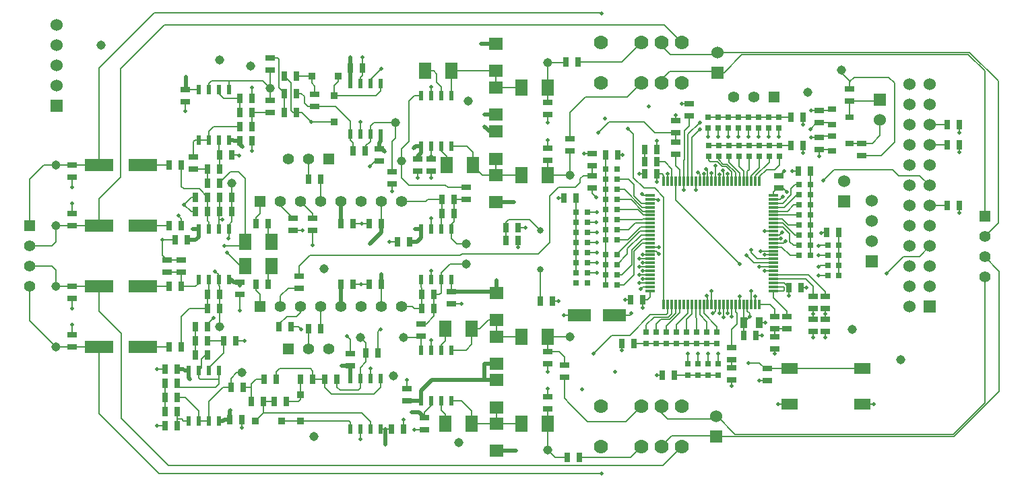
<source format=gtl>
G04 (created by PCBNEW (2013-07-07 BZR 4022)-stable) date 9/7/2014 5:26:02 PM*
%MOIN*%
G04 Gerber Fmt 3.4, Leading zero omitted, Abs format*
%FSLAX34Y34*%
G01*
G70*
G90*
G04 APERTURE LIST*
%ADD10C,0.00590551*%
%ADD11R,0.0394X0.0315*%
%ADD12R,0.033X0.033*%
%ADD13R,0.02X0.045*%
%ADD14R,0.06X0.08*%
%ADD15R,0.035X0.055*%
%ADD16R,0.025X0.045*%
%ADD17R,0.045X0.025*%
%ADD18R,0.055X0.055*%
%ADD19C,0.055*%
%ADD20R,0.083X0.055*%
%ADD21C,0.045*%
%ADD22R,0.06X0.06*%
%ADD23C,0.06*%
%ADD24R,0.011811X0.0472441*%
%ADD25R,0.0472441X0.011811*%
%ADD26R,0.07X0.06*%
%ADD27R,0.1417X0.063*%
%ADD28R,0.1181X0.063*%
%ADD29C,0.0314961*%
%ADD30C,0.07*%
%ADD31R,0.025X0.03*%
%ADD32R,0.03X0.025*%
%ADD33C,0.02*%
%ADD34C,0.006*%
%ADD35C,0.02*%
G04 APERTURE END LIST*
G54D10*
G54D11*
X101523Y-47380D03*
X100657Y-47755D03*
X100657Y-47005D03*
X101523Y-48690D03*
X100657Y-49065D03*
X100657Y-48315D03*
G54D12*
X74905Y-45360D03*
X76215Y-45360D03*
X76030Y-46315D03*
X76030Y-47625D03*
X73425Y-62420D03*
X72115Y-62420D03*
X74370Y-61115D03*
X74370Y-62425D03*
G54D13*
X81820Y-61420D03*
X81320Y-61420D03*
X80820Y-61420D03*
X80320Y-61420D03*
X80320Y-58920D03*
X80820Y-58920D03*
X81320Y-58920D03*
X81820Y-58920D03*
X81820Y-48820D03*
X81320Y-48820D03*
X80820Y-48820D03*
X80320Y-48820D03*
X80320Y-46320D03*
X80820Y-46320D03*
X81320Y-46320D03*
X81820Y-46320D03*
X78320Y-48220D03*
X77820Y-48220D03*
X77320Y-48220D03*
X76820Y-48220D03*
X76820Y-45720D03*
X77320Y-45720D03*
X77820Y-45720D03*
X78320Y-45720D03*
X76820Y-60320D03*
X77320Y-60320D03*
X77820Y-60320D03*
X78320Y-60320D03*
X78320Y-62820D03*
X77820Y-62820D03*
X77320Y-62820D03*
X76820Y-62820D03*
X70320Y-62420D03*
X69820Y-62420D03*
X69320Y-62420D03*
X68820Y-62420D03*
X68820Y-59920D03*
X69320Y-59920D03*
X69820Y-59920D03*
X70320Y-59920D03*
X69320Y-46020D03*
X69820Y-46020D03*
X70320Y-46020D03*
X70820Y-46020D03*
X70820Y-48520D03*
X70320Y-48520D03*
X69820Y-48520D03*
X69320Y-48520D03*
X81820Y-55420D03*
X81320Y-55420D03*
X80820Y-55420D03*
X80320Y-55420D03*
X80320Y-52920D03*
X80820Y-52920D03*
X81320Y-52920D03*
X81820Y-52920D03*
X70820Y-55420D03*
X70320Y-55420D03*
X69820Y-55420D03*
X69320Y-55420D03*
X69320Y-52920D03*
X69820Y-52920D03*
X70320Y-52920D03*
X70820Y-52920D03*
G54D14*
X81520Y-62570D03*
X82820Y-62570D03*
X71620Y-54770D03*
X72920Y-54770D03*
X81520Y-57870D03*
X82820Y-57870D03*
X80520Y-45110D03*
X81820Y-45110D03*
X81590Y-49750D03*
X82890Y-49750D03*
X71620Y-53570D03*
X72920Y-53570D03*
G54D15*
X96295Y-57560D03*
X97045Y-57560D03*
G54D16*
X99580Y-50060D03*
X98980Y-50060D03*
G54D17*
X98410Y-57260D03*
X98410Y-57860D03*
G54D16*
X80370Y-56170D03*
X80970Y-56170D03*
G54D17*
X93600Y-47340D03*
X93600Y-46740D03*
G54D16*
X101000Y-53110D03*
X100400Y-53110D03*
X75370Y-57870D03*
X74770Y-57870D03*
G54D17*
X88790Y-50880D03*
X88790Y-50280D03*
G54D16*
X72770Y-55670D03*
X72170Y-55670D03*
X91390Y-49000D03*
X91990Y-49000D03*
X81370Y-51470D03*
X81970Y-51470D03*
G54D17*
X92930Y-49240D03*
X92930Y-48640D03*
X100020Y-48380D03*
X100020Y-48980D03*
G54D16*
X106360Y-47770D03*
X106960Y-47770D03*
X89460Y-49264D03*
X90060Y-49264D03*
X87388Y-51382D03*
X87988Y-51382D03*
G54D17*
X99720Y-56250D03*
X99720Y-56850D03*
X100330Y-56250D03*
X100330Y-56850D03*
G54D16*
X69770Y-57770D03*
X69170Y-57770D03*
X69170Y-58470D03*
X69770Y-58470D03*
X90260Y-58590D03*
X90860Y-58590D03*
X92270Y-60160D03*
X92870Y-60160D03*
G54D17*
X100330Y-57400D03*
X100330Y-58000D03*
X99720Y-57400D03*
X99720Y-58000D03*
X97810Y-58860D03*
X97810Y-58260D03*
G54D16*
X106360Y-48770D03*
X106960Y-48770D03*
X106360Y-51770D03*
X106960Y-51770D03*
G54D17*
X95690Y-58800D03*
X95690Y-59400D03*
X95690Y-60400D03*
X95690Y-59800D03*
G54D16*
X98630Y-48790D03*
X99230Y-48790D03*
X91390Y-49610D03*
X91990Y-49610D03*
G54D17*
X97810Y-57260D03*
X97810Y-57860D03*
G54D16*
X68270Y-60570D03*
X67670Y-60570D03*
X67670Y-61970D03*
X68270Y-61970D03*
G54D17*
X68470Y-54470D03*
X68470Y-55070D03*
G54D16*
X75370Y-50470D03*
X74770Y-50470D03*
G54D17*
X63070Y-55770D03*
X63070Y-56370D03*
X63070Y-58170D03*
X63070Y-58770D03*
X63070Y-52170D03*
X63070Y-52770D03*
X63070Y-49770D03*
X63070Y-50370D03*
G54D16*
X84530Y-52860D03*
X85130Y-52860D03*
X71970Y-47170D03*
X71370Y-47170D03*
X71370Y-47870D03*
X71970Y-47870D03*
X70370Y-56870D03*
X69770Y-56870D03*
X67870Y-55770D03*
X68470Y-55770D03*
X67870Y-58770D03*
X68470Y-58770D03*
X70970Y-52070D03*
X70370Y-52070D03*
X69170Y-52070D03*
X69770Y-52070D03*
X67870Y-49770D03*
X68470Y-49770D03*
X67870Y-52770D03*
X68470Y-52770D03*
X73070Y-61470D03*
X73670Y-61470D03*
X98630Y-47380D03*
X99230Y-47380D03*
X72770Y-52670D03*
X72170Y-52670D03*
G54D17*
X100020Y-47070D03*
X100020Y-47670D03*
X101520Y-45990D03*
X101520Y-46590D03*
G54D16*
X70370Y-50670D03*
X69770Y-50670D03*
X69770Y-49970D03*
X70370Y-49970D03*
X75570Y-60370D03*
X76170Y-60370D03*
X72570Y-60370D03*
X73170Y-60370D03*
X74370Y-60370D03*
X74970Y-60370D03*
X71920Y-61470D03*
X72520Y-61470D03*
X76970Y-49070D03*
X77570Y-49070D03*
X73570Y-46220D03*
X74170Y-46220D03*
G54D17*
X75070Y-46270D03*
X75070Y-46870D03*
G54D16*
X73570Y-45370D03*
X74170Y-45370D03*
X73570Y-47170D03*
X74170Y-47170D03*
G54D17*
X102130Y-49290D03*
X102130Y-48690D03*
X72870Y-47170D03*
X72870Y-46570D03*
G54D16*
X86830Y-56490D03*
X86230Y-56490D03*
G54D17*
X68670Y-46020D03*
X68670Y-46620D03*
G54D16*
X71970Y-46470D03*
X71370Y-46470D03*
X79770Y-53570D03*
X79170Y-53570D03*
G54D17*
X97440Y-60430D03*
X97440Y-59830D03*
G54D16*
X96290Y-58200D03*
X96890Y-58200D03*
G54D17*
X98010Y-50910D03*
X98010Y-50310D03*
G54D16*
X99130Y-55820D03*
X98530Y-55820D03*
X91990Y-50200D03*
X91390Y-50200D03*
X90690Y-56440D03*
X91290Y-56440D03*
X85130Y-53500D03*
X84530Y-53500D03*
X69170Y-59170D03*
X69770Y-59170D03*
G54D17*
X92930Y-48160D03*
X92930Y-47560D03*
X88790Y-49210D03*
X88790Y-49810D03*
G54D16*
X67670Y-61270D03*
X68270Y-61270D03*
X67670Y-62670D03*
X68270Y-62670D03*
X68270Y-59870D03*
X67670Y-59870D03*
X70870Y-62370D03*
X71470Y-62370D03*
X71170Y-58470D03*
X70570Y-58470D03*
X78370Y-55670D03*
X77770Y-55670D03*
X69170Y-51370D03*
X69770Y-51370D03*
X70970Y-51370D03*
X70370Y-51370D03*
G54D17*
X67770Y-54470D03*
X67770Y-55070D03*
G54D16*
X70370Y-56170D03*
X69770Y-56170D03*
G54D17*
X71370Y-55570D03*
X71370Y-56170D03*
G54D16*
X68170Y-53470D03*
X68770Y-53470D03*
X78840Y-62820D03*
X79440Y-62820D03*
G54D17*
X76820Y-59700D03*
X76820Y-59100D03*
X78270Y-48970D03*
X78270Y-49570D03*
G54D16*
X76820Y-44970D03*
X77420Y-44970D03*
X78370Y-52670D03*
X77770Y-52670D03*
X76970Y-52670D03*
X76370Y-52670D03*
X81370Y-52170D03*
X81970Y-52170D03*
X71370Y-48570D03*
X71970Y-48570D03*
X76970Y-55670D03*
X76370Y-55670D03*
X80370Y-56870D03*
X80970Y-56870D03*
G54D17*
X81820Y-56030D03*
X81820Y-56630D03*
X80830Y-50070D03*
X80830Y-49470D03*
X80170Y-50070D03*
X80170Y-49470D03*
X86580Y-46670D03*
X86580Y-47270D03*
X86580Y-49520D03*
X86580Y-48920D03*
X80490Y-62860D03*
X80490Y-62260D03*
X79620Y-60820D03*
X79620Y-61420D03*
X86580Y-59010D03*
X86580Y-59610D03*
X86580Y-61820D03*
X86580Y-61220D03*
X69070Y-49970D03*
X69070Y-49370D03*
G54D16*
X70970Y-49260D03*
X70370Y-49260D03*
G54D18*
X72370Y-56770D03*
G54D19*
X73370Y-56770D03*
X74370Y-56770D03*
X75370Y-56770D03*
X76370Y-56770D03*
X77370Y-56770D03*
X78370Y-56770D03*
X79370Y-56770D03*
G54D18*
X72370Y-51570D03*
G54D19*
X73370Y-51570D03*
X74370Y-51570D03*
X75370Y-51570D03*
X76370Y-51570D03*
X77370Y-51570D03*
X78370Y-51570D03*
X79370Y-51570D03*
G54D18*
X60970Y-52770D03*
G54D19*
X60970Y-53770D03*
X60970Y-54770D03*
X60970Y-55770D03*
G54D18*
X108210Y-52310D03*
G54D19*
X108210Y-53310D03*
X108210Y-54310D03*
X108210Y-55310D03*
G54D18*
X97800Y-46380D03*
G54D19*
X96800Y-46380D03*
X95800Y-46380D03*
G54D18*
X75770Y-49470D03*
G54D19*
X74770Y-49470D03*
X73770Y-49470D03*
G54D18*
X73770Y-58870D03*
G54D19*
X74770Y-58870D03*
X75770Y-58870D03*
G54D20*
X102155Y-61605D03*
X98565Y-61605D03*
X102155Y-59835D03*
X98565Y-59835D03*
G54D21*
X70970Y-50670D03*
X82570Y-54670D03*
X82570Y-53670D03*
X79070Y-47670D03*
X77320Y-58280D03*
X70370Y-57770D03*
X62270Y-55770D03*
X62270Y-58770D03*
X62270Y-49770D03*
X62270Y-52770D03*
X79370Y-49570D03*
X79470Y-58300D03*
X87690Y-50270D03*
X86580Y-44710D03*
X86580Y-63860D03*
X87690Y-58270D03*
X72870Y-45960D03*
X71450Y-60040D03*
G54D22*
X102630Y-54520D03*
G54D23*
X102630Y-53520D03*
X102630Y-52520D03*
X102630Y-51520D03*
G54D22*
X103030Y-46540D03*
G54D23*
X103030Y-47540D03*
G54D22*
X101250Y-51550D03*
G54D23*
X101250Y-50550D03*
G54D22*
X105490Y-56770D03*
G54D23*
X104490Y-56770D03*
X105490Y-55770D03*
X104490Y-55770D03*
X105490Y-54770D03*
X104490Y-54770D03*
X105490Y-53770D03*
X104490Y-53770D03*
X105490Y-52770D03*
X104490Y-52770D03*
X105490Y-51770D03*
X104490Y-51770D03*
X105490Y-50770D03*
X104490Y-50770D03*
X105490Y-49770D03*
X104490Y-49770D03*
X105490Y-48770D03*
X104490Y-48770D03*
X105490Y-47770D03*
X104490Y-47770D03*
X105490Y-46770D03*
X104490Y-46770D03*
X105490Y-45770D03*
X104490Y-45770D03*
G54D24*
X92337Y-56671D03*
X92534Y-56671D03*
X92731Y-56671D03*
X92928Y-56671D03*
X93125Y-56671D03*
X93322Y-56671D03*
X93518Y-56671D03*
X93715Y-56671D03*
X93912Y-56671D03*
X94109Y-56671D03*
X94306Y-56671D03*
X94503Y-56671D03*
X94700Y-56671D03*
X94896Y-56671D03*
X95093Y-56671D03*
X95290Y-56671D03*
X95487Y-56671D03*
X95684Y-56671D03*
X95881Y-56671D03*
X96077Y-56671D03*
X96274Y-56671D03*
X96471Y-56671D03*
X96668Y-56671D03*
X96865Y-56671D03*
X97062Y-56671D03*
G54D25*
X97751Y-55982D03*
X97751Y-55785D03*
X97751Y-55588D03*
X97751Y-55391D03*
X97751Y-55194D03*
X97751Y-54997D03*
X97751Y-54801D03*
X97751Y-54604D03*
X97751Y-54407D03*
X97751Y-54210D03*
X97751Y-54013D03*
X97751Y-53816D03*
X97751Y-53620D03*
X97751Y-53423D03*
X97751Y-53226D03*
X97751Y-53029D03*
X97751Y-52832D03*
X97751Y-52635D03*
X97751Y-52438D03*
X97751Y-52242D03*
X97751Y-52045D03*
X97751Y-51848D03*
X97751Y-51651D03*
X97751Y-51454D03*
X97751Y-51257D03*
G54D24*
X97062Y-50568D03*
X96865Y-50568D03*
X96668Y-50568D03*
X96471Y-50568D03*
X96274Y-50568D03*
X96077Y-50568D03*
X95881Y-50568D03*
X95684Y-50568D03*
X95487Y-50568D03*
X95290Y-50568D03*
X95093Y-50568D03*
X94896Y-50568D03*
X94700Y-50568D03*
X94503Y-50568D03*
X94306Y-50568D03*
X94109Y-50568D03*
X93912Y-50568D03*
X93715Y-50568D03*
X93518Y-50568D03*
X93322Y-50568D03*
X93125Y-50568D03*
X92928Y-50568D03*
X92731Y-50568D03*
X92534Y-50568D03*
X92337Y-50568D03*
G54D25*
X91648Y-51257D03*
X91648Y-51454D03*
X91648Y-51651D03*
X91648Y-51848D03*
X91648Y-52045D03*
X91648Y-52242D03*
X91648Y-52438D03*
X91648Y-52635D03*
X91648Y-52832D03*
X91648Y-53029D03*
X91648Y-53226D03*
X91648Y-53423D03*
X91648Y-53620D03*
X91648Y-53816D03*
X91648Y-54013D03*
X91648Y-54210D03*
X91648Y-54407D03*
X91648Y-54604D03*
X91648Y-54801D03*
X91648Y-54997D03*
X91648Y-55194D03*
X91648Y-55391D03*
X91648Y-55588D03*
X91648Y-55785D03*
X91648Y-55982D03*
G54D26*
X84030Y-50270D03*
X84030Y-51610D03*
X84060Y-59600D03*
X84060Y-58260D03*
X84060Y-60410D03*
X84060Y-61750D03*
X84060Y-57440D03*
X84060Y-56100D03*
X84060Y-62570D03*
X84060Y-63910D03*
X84030Y-45110D03*
X84030Y-43770D03*
X84030Y-48110D03*
X84030Y-49450D03*
X84030Y-47270D03*
X84030Y-45930D03*
G54D27*
X64387Y-58770D03*
X66553Y-58770D03*
X64387Y-55770D03*
X66553Y-55770D03*
X64387Y-49770D03*
X66553Y-49770D03*
X64387Y-52770D03*
X66553Y-52770D03*
G54D28*
X89876Y-57180D03*
X88144Y-57180D03*
G54D29*
X86230Y-54920D03*
X86230Y-52999D03*
G54D30*
X89220Y-45710D03*
X91220Y-45710D03*
X92220Y-45710D03*
X93220Y-45710D03*
X93220Y-43710D03*
X92220Y-43710D03*
X91220Y-43710D03*
X89220Y-43710D03*
X89220Y-63700D03*
X91220Y-63700D03*
X92220Y-63700D03*
X93220Y-63700D03*
X93220Y-61700D03*
X92220Y-61700D03*
X91220Y-61700D03*
X89220Y-61700D03*
G54D31*
X88540Y-52080D03*
X88540Y-52580D03*
X88540Y-53080D03*
X88540Y-53580D03*
X88540Y-54080D03*
X88540Y-54580D03*
X88540Y-55080D03*
X88540Y-55580D03*
X87990Y-55580D03*
X87990Y-55080D03*
X87990Y-54580D03*
X87990Y-54080D03*
X87990Y-53580D03*
X87990Y-53080D03*
X87990Y-52580D03*
X87990Y-52080D03*
X89460Y-53470D03*
X89460Y-52970D03*
X89460Y-52470D03*
X89460Y-51970D03*
X89460Y-51470D03*
X89460Y-50970D03*
X89460Y-50470D03*
X89460Y-49970D03*
X90010Y-49970D03*
X90010Y-50470D03*
X90010Y-50970D03*
X90010Y-51470D03*
X90010Y-51970D03*
X90010Y-52470D03*
X90010Y-52970D03*
X90010Y-53470D03*
X99030Y-54240D03*
X99030Y-53740D03*
X99030Y-53240D03*
X99030Y-52740D03*
X99030Y-52240D03*
X99030Y-51740D03*
X99030Y-51240D03*
X99030Y-50740D03*
X99580Y-50740D03*
X99580Y-51240D03*
X99580Y-51740D03*
X99580Y-52240D03*
X99580Y-52740D03*
X99580Y-53240D03*
X99580Y-53740D03*
X99580Y-54240D03*
G54D32*
X94530Y-47380D03*
X95030Y-47380D03*
X95530Y-47380D03*
X96030Y-47380D03*
X96530Y-47380D03*
X97030Y-47380D03*
X97530Y-47380D03*
X98030Y-47380D03*
X98030Y-47930D03*
X97530Y-47930D03*
X97030Y-47930D03*
X96530Y-47930D03*
X96030Y-47930D03*
X95530Y-47930D03*
X95030Y-47930D03*
X94530Y-47930D03*
X91470Y-58040D03*
X91970Y-58040D03*
X92470Y-58040D03*
X92970Y-58040D03*
X93470Y-58040D03*
X93970Y-58040D03*
X94470Y-58040D03*
X94970Y-58040D03*
X94970Y-58590D03*
X94470Y-58590D03*
X93970Y-58590D03*
X93470Y-58590D03*
X92970Y-58590D03*
X92470Y-58590D03*
X91970Y-58590D03*
X91470Y-58590D03*
X94540Y-48790D03*
X95040Y-48790D03*
X95540Y-48790D03*
X96040Y-48790D03*
X96540Y-48790D03*
X97040Y-48790D03*
X97540Y-48790D03*
X98040Y-48790D03*
X98040Y-49340D03*
X97540Y-49340D03*
X97040Y-49340D03*
X96540Y-49340D03*
X96040Y-49340D03*
X95540Y-49340D03*
X95040Y-49340D03*
X94540Y-49340D03*
X93520Y-59610D03*
X94020Y-59610D03*
X94520Y-59610D03*
X95020Y-59610D03*
X95020Y-60160D03*
X94520Y-60160D03*
X94020Y-60160D03*
X93520Y-60160D03*
G54D31*
X89460Y-55680D03*
X89460Y-55180D03*
X89460Y-54680D03*
X89460Y-54180D03*
X90010Y-54180D03*
X90010Y-54680D03*
X90010Y-55180D03*
X90010Y-55680D03*
X100450Y-55240D03*
X100450Y-54740D03*
X100450Y-54240D03*
X100450Y-53740D03*
X101000Y-53740D03*
X101000Y-54240D03*
X101000Y-54740D03*
X101000Y-55240D03*
G54D14*
X85280Y-50270D03*
X86580Y-50270D03*
X85280Y-45930D03*
X86580Y-45930D03*
X85280Y-62570D03*
X86580Y-62570D03*
X85280Y-58260D03*
X86580Y-58260D03*
G54D22*
X94990Y-45180D03*
G54D23*
X94990Y-44180D03*
G54D22*
X94930Y-63200D03*
G54D23*
X94930Y-62200D03*
G54D16*
X70910Y-60760D03*
X71510Y-60760D03*
G54D17*
X72870Y-45060D03*
X72870Y-44460D03*
X87410Y-59660D03*
X87410Y-60260D03*
G54D16*
X87570Y-64220D03*
X88170Y-64220D03*
X87480Y-44660D03*
X88080Y-44660D03*
G54D17*
X87690Y-49070D03*
X87690Y-48470D03*
G54D16*
X73900Y-57750D03*
X73300Y-57750D03*
G54D17*
X74290Y-55270D03*
X74290Y-55870D03*
X74970Y-52990D03*
X74970Y-52390D03*
X74000Y-52990D03*
X74000Y-52390D03*
X80320Y-57630D03*
X80320Y-58230D03*
X82570Y-51470D03*
X82570Y-50870D03*
G54D16*
X77600Y-59070D03*
X78200Y-59070D03*
G54D17*
X78890Y-50090D03*
X78890Y-50690D03*
G54D21*
X82180Y-63490D03*
X70370Y-44560D03*
X78940Y-60200D03*
X82670Y-46610D03*
X71900Y-44870D03*
X64500Y-43840D03*
X101110Y-45060D03*
X99470Y-46170D03*
X104040Y-59400D03*
X75520Y-54910D03*
X75030Y-63190D03*
X101640Y-57890D03*
G54D22*
X62300Y-46830D03*
G54D23*
X62300Y-45830D03*
X62300Y-44830D03*
X62300Y-43830D03*
X62300Y-42830D03*
G54D33*
X90720Y-57100D03*
X91290Y-56820D03*
X98530Y-56220D03*
X91990Y-50590D03*
X98410Y-51090D03*
X99620Y-48380D03*
X99630Y-47070D03*
X96580Y-57270D03*
X90550Y-47950D03*
X88840Y-59080D03*
X70600Y-53760D03*
X89240Y-42250D03*
X70070Y-57330D03*
X70710Y-54090D03*
X89250Y-65020D03*
X96670Y-56010D03*
X78880Y-51060D03*
X78310Y-57890D03*
X96870Y-56250D03*
X99580Y-47990D03*
X94110Y-47650D03*
X100020Y-49340D03*
X94110Y-48000D03*
X74970Y-53720D03*
X99720Y-57120D03*
X100330Y-57130D03*
X74390Y-57890D03*
X92100Y-54160D03*
X91240Y-51210D03*
X92070Y-51480D03*
X92100Y-53820D03*
X100230Y-50520D03*
X103350Y-55130D03*
X96100Y-54670D03*
X94470Y-56230D03*
X94700Y-56010D03*
X85500Y-52860D03*
X74460Y-52990D03*
X89090Y-48170D03*
X71970Y-49060D03*
X71320Y-49310D03*
X88400Y-49200D03*
X92930Y-47290D03*
X93210Y-46740D03*
X102730Y-61600D03*
X97070Y-60430D03*
X97990Y-61600D03*
X87380Y-57180D03*
X91990Y-48560D03*
X106960Y-48150D03*
X106960Y-49120D03*
X106960Y-52130D03*
X100330Y-58280D03*
X99720Y-58280D03*
X91600Y-46860D03*
X88290Y-60860D03*
X89430Y-47470D03*
X99230Y-47750D03*
X99230Y-49170D03*
X98210Y-51340D03*
X98700Y-50060D03*
X100110Y-53120D03*
X99390Y-55820D03*
X96080Y-56250D03*
X97810Y-59100D03*
X95690Y-60680D03*
X91980Y-60160D03*
X90260Y-58940D03*
X89910Y-59980D03*
X91190Y-55890D03*
X90410Y-56440D03*
X92530Y-50210D03*
X91120Y-50200D03*
X90290Y-49260D03*
X87136Y-51382D03*
X98300Y-50060D03*
X85130Y-53830D03*
X87110Y-56490D03*
X97370Y-57560D03*
X97190Y-58200D03*
X80170Y-50410D03*
X80830Y-50410D03*
X86580Y-47650D03*
X86580Y-48540D03*
X79990Y-62860D03*
X82320Y-56630D03*
X86580Y-59990D03*
X86580Y-60830D03*
X80820Y-58430D03*
X79620Y-60410D03*
X80820Y-45900D03*
X80820Y-54990D03*
X80820Y-52410D03*
X78770Y-53560D03*
X77390Y-52670D03*
X77370Y-55670D03*
X76660Y-58240D03*
X77320Y-63320D03*
X79440Y-62360D03*
X77820Y-59820D03*
X67260Y-59870D03*
X67250Y-62670D03*
X71470Y-62770D03*
X71580Y-58470D03*
X77800Y-49820D03*
X77420Y-44420D03*
X77320Y-47640D03*
X71970Y-45920D03*
X63070Y-56870D03*
X63070Y-57670D03*
X63070Y-50870D03*
X63070Y-51670D03*
X71370Y-56960D03*
X67530Y-53470D03*
X68590Y-51720D03*
X68670Y-47090D03*
X98350Y-53530D03*
X100000Y-55240D03*
X97310Y-55000D03*
X99990Y-54240D03*
X97310Y-54210D03*
X96520Y-59550D03*
X94770Y-57100D03*
X98110Y-53410D03*
X98180Y-53090D03*
X97330Y-53030D03*
X91290Y-54210D03*
X88990Y-51350D03*
X89030Y-55080D03*
X91110Y-55610D03*
X89030Y-54580D03*
X91300Y-55390D03*
X89020Y-52080D03*
X91110Y-54410D03*
X88990Y-52580D03*
X91290Y-54600D03*
X89030Y-53080D03*
X91120Y-54810D03*
X89030Y-53580D03*
X91300Y-55000D03*
X89030Y-54080D03*
X91110Y-55210D03*
X93520Y-59090D03*
X95100Y-57100D03*
X94020Y-59090D03*
X95290Y-57280D03*
X94520Y-59080D03*
X95490Y-57080D03*
X95020Y-59080D03*
X95690Y-57270D03*
X99990Y-54790D03*
X97070Y-54800D03*
X100000Y-53750D03*
X97130Y-54020D03*
X96410Y-54220D03*
X96660Y-53950D03*
X93310Y-51010D03*
X93910Y-51010D03*
X98030Y-48360D03*
X95490Y-50180D03*
X97530Y-48360D03*
X95270Y-50040D03*
X97030Y-48360D03*
X95090Y-50230D03*
X96530Y-48360D03*
X94880Y-49810D03*
X96030Y-48360D03*
X94700Y-50150D03*
X95530Y-48360D03*
X94430Y-49960D03*
X95030Y-48360D03*
X94310Y-50210D03*
X94530Y-48360D03*
X94030Y-50130D03*
X70130Y-55020D03*
X70790Y-53400D03*
X70490Y-52470D03*
X68310Y-52270D03*
X74880Y-47620D03*
X78350Y-45000D03*
X79850Y-61990D03*
X80830Y-49320D03*
X78520Y-49090D03*
X71370Y-55740D03*
X68880Y-60360D03*
X78570Y-63610D03*
X85010Y-63910D03*
X77780Y-53670D03*
X78370Y-55170D03*
X84060Y-55450D03*
X84930Y-51610D03*
X68680Y-45390D03*
X83300Y-43770D03*
X83470Y-59600D03*
X71500Y-48870D03*
X80020Y-52920D03*
X76400Y-59700D03*
X70900Y-61910D03*
X69020Y-52920D03*
X76820Y-44420D03*
X79970Y-48920D03*
X83470Y-47270D03*
X83470Y-47870D03*
G54D34*
X96580Y-57270D02*
X96580Y-57275D01*
X96580Y-57275D02*
X96295Y-57560D01*
X96290Y-58200D02*
X96290Y-57565D01*
X96290Y-57565D02*
X96295Y-57560D01*
X96274Y-56671D02*
X96274Y-57539D01*
X96274Y-57539D02*
X96295Y-57560D01*
X89876Y-57180D02*
X90640Y-57180D01*
X90640Y-57180D02*
X90720Y-57100D01*
X91290Y-56440D02*
X91290Y-56820D01*
X98530Y-55820D02*
X98530Y-56220D01*
X91990Y-50200D02*
X91990Y-50590D01*
X98010Y-50910D02*
X98230Y-50910D01*
X98230Y-50910D02*
X98410Y-51090D01*
X100020Y-47070D02*
X99630Y-47070D01*
X99620Y-48380D02*
X100020Y-48380D01*
X100020Y-47070D02*
X100592Y-47070D01*
X100592Y-47070D02*
X100657Y-47005D01*
X100020Y-48380D02*
X100085Y-48315D01*
X100085Y-48315D02*
X100657Y-48315D01*
X91290Y-56440D02*
X91510Y-56440D01*
X91648Y-56301D02*
X91648Y-55982D01*
X91510Y-56440D02*
X91648Y-56301D01*
X92337Y-50568D02*
X92337Y-50287D01*
X92250Y-50200D02*
X91990Y-50200D01*
X92337Y-50287D02*
X92250Y-50200D01*
X98010Y-50910D02*
X97940Y-50910D01*
X97751Y-51098D02*
X97751Y-51257D01*
X97940Y-50910D02*
X97751Y-51098D01*
X97751Y-55588D02*
X98298Y-55588D01*
X98298Y-55588D02*
X98530Y-55820D01*
X96471Y-56671D02*
X96471Y-57001D01*
X96471Y-57001D02*
X96580Y-57110D01*
X96580Y-57110D02*
X96580Y-57270D01*
X96274Y-57539D02*
X96295Y-57560D01*
X96295Y-58195D02*
X96290Y-58200D01*
X101110Y-45060D02*
X101110Y-45190D01*
X101540Y-45620D02*
X101520Y-45620D01*
X101110Y-45190D02*
X101540Y-45620D01*
X102130Y-49290D02*
X103090Y-49290D01*
X101520Y-45640D02*
X101520Y-45620D01*
X101740Y-45420D02*
X101520Y-45640D01*
X103470Y-45420D02*
X101740Y-45420D01*
X103740Y-45690D02*
X103470Y-45420D01*
X103740Y-48640D02*
X103740Y-45690D01*
X103090Y-49290D02*
X103740Y-48640D01*
X101520Y-45620D02*
X101520Y-45990D01*
X94990Y-45180D02*
X95320Y-45180D01*
X108210Y-45109D02*
X108210Y-52310D01*
X107400Y-44300D02*
X108210Y-45109D01*
X96200Y-44300D02*
X107400Y-44300D01*
X95320Y-45180D02*
X96200Y-44300D01*
X92220Y-45710D02*
X92220Y-45530D01*
X94930Y-45120D02*
X94990Y-45180D01*
X92630Y-45120D02*
X94930Y-45120D01*
X92220Y-45530D02*
X92630Y-45120D01*
X94990Y-44180D02*
X107450Y-44180D01*
X108880Y-52640D02*
X108210Y-53310D01*
X108880Y-45610D02*
X108880Y-52640D01*
X107450Y-44180D02*
X108880Y-45610D01*
X92220Y-43710D02*
X92220Y-43870D01*
X94860Y-44310D02*
X94990Y-44180D01*
X92660Y-44310D02*
X94860Y-44310D01*
X92220Y-43870D02*
X92660Y-44310D01*
X94930Y-63200D02*
X106700Y-63200D01*
X108930Y-55030D02*
X108210Y-54310D01*
X108930Y-60970D02*
X108930Y-55030D01*
X106700Y-63200D02*
X108930Y-60970D01*
X92220Y-63700D02*
X92220Y-63660D01*
X94890Y-63160D02*
X94930Y-63200D01*
X92720Y-63160D02*
X94890Y-63160D01*
X92220Y-63660D02*
X92720Y-63160D01*
X94930Y-62200D02*
X94980Y-62200D01*
X108210Y-61520D02*
X108210Y-55310D01*
X106650Y-63079D02*
X108210Y-61520D01*
X95860Y-63079D02*
X106650Y-63079D01*
X94980Y-62200D02*
X95860Y-63079D01*
X92220Y-61700D02*
X92220Y-62020D01*
X94800Y-62330D02*
X94930Y-62200D01*
X92530Y-62330D02*
X94800Y-62330D01*
X92220Y-62020D02*
X92530Y-62330D01*
X92337Y-51347D02*
X91900Y-50910D01*
X91900Y-50910D02*
X91350Y-50910D01*
X91350Y-50910D02*
X90820Y-50380D01*
X90820Y-50380D02*
X90820Y-48240D01*
X90820Y-48240D02*
X90550Y-47970D01*
X90550Y-47970D02*
X90550Y-47950D01*
X92337Y-56671D02*
X92337Y-51347D01*
X92534Y-56671D02*
X92530Y-56675D01*
X89740Y-58180D02*
X88840Y-59080D01*
X90640Y-58180D02*
X89740Y-58180D01*
X91650Y-57169D02*
X90640Y-58180D01*
X92460Y-57169D02*
X91650Y-57169D01*
X92530Y-57100D02*
X92460Y-57169D01*
X92530Y-56675D02*
X92530Y-57100D01*
X71420Y-53770D02*
X71620Y-53570D01*
X70610Y-53770D02*
X71420Y-53770D01*
X70600Y-53760D02*
X70610Y-53770D01*
X70370Y-50670D02*
X70370Y-50630D01*
X71620Y-50440D02*
X71620Y-53570D01*
X71290Y-50110D02*
X71620Y-50440D01*
X70890Y-50110D02*
X71290Y-50110D01*
X70370Y-50630D02*
X70890Y-50110D01*
X64387Y-49770D02*
X64387Y-44953D01*
X64490Y-44850D02*
X64490Y-44860D01*
X64387Y-44953D02*
X64490Y-44850D01*
X88860Y-42240D02*
X89230Y-42240D01*
X89230Y-42240D02*
X89240Y-42250D01*
X67110Y-42240D02*
X88860Y-42240D01*
X64490Y-44860D02*
X67110Y-42240D01*
X88860Y-42240D02*
X88880Y-42240D01*
X62270Y-49770D02*
X63070Y-49770D01*
X63070Y-49770D02*
X64387Y-49770D01*
X60970Y-52770D02*
X60970Y-50470D01*
X61670Y-49770D02*
X62270Y-49770D01*
X60970Y-50470D02*
X61670Y-49770D01*
X67610Y-42830D02*
X92340Y-42830D01*
X65450Y-45320D02*
X65450Y-44990D01*
X64387Y-51413D02*
X65450Y-50350D01*
X65450Y-50350D02*
X65450Y-45320D01*
X64387Y-52770D02*
X64387Y-51413D01*
X92340Y-42830D02*
X93220Y-43710D01*
X65450Y-44990D02*
X67610Y-42830D01*
X64387Y-52770D02*
X63070Y-52770D01*
X60970Y-53770D02*
X62070Y-53770D01*
X62270Y-53570D02*
X62270Y-52770D01*
X62070Y-53770D02*
X62270Y-53570D01*
X62270Y-52770D02*
X63070Y-52770D01*
X69770Y-57630D02*
X69770Y-57770D01*
X70070Y-57330D02*
X69770Y-57630D01*
X71390Y-54770D02*
X71620Y-54770D01*
X70710Y-54090D02*
X71390Y-54770D01*
X64387Y-55770D02*
X64387Y-57007D01*
X92300Y-64620D02*
X93220Y-63700D01*
X67810Y-64620D02*
X92300Y-64620D01*
X65490Y-62300D02*
X67810Y-64620D01*
X65490Y-58110D02*
X65490Y-62300D01*
X64387Y-57007D02*
X65490Y-58110D01*
X60970Y-54770D02*
X62070Y-54770D01*
X62270Y-54970D02*
X62270Y-55770D01*
X62070Y-54770D02*
X62270Y-54970D01*
X62270Y-55770D02*
X63070Y-55770D01*
X63070Y-55770D02*
X64387Y-55770D01*
X62270Y-58770D02*
X63070Y-58770D01*
X60970Y-55770D02*
X60970Y-57470D01*
X62270Y-58770D02*
X62270Y-58770D01*
X60970Y-57470D02*
X62270Y-58770D01*
X64387Y-58770D02*
X64387Y-62067D01*
X67340Y-65020D02*
X89250Y-65020D01*
X89250Y-65020D02*
X89290Y-65020D01*
X64387Y-62067D02*
X67340Y-65020D01*
X63070Y-58770D02*
X64387Y-58770D01*
X96670Y-56010D02*
X96668Y-56011D01*
X96668Y-56671D02*
X96668Y-56011D01*
X78890Y-51050D02*
X78890Y-50690D01*
X78880Y-51060D02*
X78890Y-51050D01*
X78200Y-59070D02*
X78200Y-58000D01*
X96870Y-56250D02*
X96865Y-56254D01*
X96865Y-56254D02*
X96865Y-56671D01*
X78200Y-58000D02*
X78310Y-57890D01*
X101520Y-46590D02*
X102980Y-46590D01*
X102980Y-46590D02*
X103030Y-46540D01*
X101523Y-47380D02*
X101523Y-46593D01*
X101523Y-46593D02*
X101520Y-46590D01*
X102130Y-48690D02*
X102640Y-48690D01*
X103030Y-48300D02*
X103030Y-47540D01*
X102640Y-48690D02*
X103030Y-48300D01*
X101523Y-48690D02*
X102130Y-48690D01*
X100020Y-47670D02*
X100572Y-47670D01*
X100572Y-47670D02*
X100657Y-47755D01*
X93518Y-50568D02*
X93520Y-50567D01*
X99900Y-47670D02*
X100020Y-47670D01*
X99580Y-47990D02*
X99900Y-47670D01*
X93520Y-48240D02*
X94110Y-47650D01*
X93520Y-50567D02*
X93520Y-48240D01*
X93715Y-50568D02*
X93715Y-48394D01*
X100020Y-49340D02*
X100020Y-48980D01*
X93715Y-48394D02*
X94110Y-48000D01*
X100020Y-48980D02*
X100572Y-48980D01*
X100572Y-48980D02*
X100657Y-49065D01*
X74970Y-52990D02*
X74970Y-53720D01*
X99720Y-57120D02*
X99720Y-56850D01*
X99720Y-56850D02*
X99720Y-57400D01*
X100330Y-56850D02*
X100330Y-57130D01*
X74250Y-57750D02*
X73900Y-57750D01*
X74390Y-57890D02*
X74250Y-57750D01*
X100330Y-56850D02*
X100330Y-57400D01*
X91648Y-54013D02*
X91953Y-54013D01*
X91953Y-54013D02*
X92100Y-54160D01*
X91287Y-51257D02*
X91648Y-51257D01*
X91287Y-51257D02*
X91240Y-51210D01*
X92044Y-51454D02*
X92070Y-51480D01*
X92044Y-51454D02*
X91648Y-51454D01*
X91648Y-53816D02*
X92096Y-53816D01*
X92096Y-53816D02*
X92100Y-53820D01*
X105000Y-50280D02*
X105490Y-50770D01*
X103970Y-50280D02*
X105000Y-50280D01*
X103670Y-49980D02*
X103970Y-50280D01*
X100770Y-49980D02*
X103670Y-49980D01*
X100230Y-50520D02*
X100770Y-49980D01*
X92928Y-50568D02*
X92928Y-51498D01*
X104980Y-54280D02*
X105490Y-53770D01*
X104200Y-54280D02*
X104980Y-54280D01*
X103350Y-55130D02*
X104200Y-54280D01*
X92928Y-51498D02*
X96100Y-54670D01*
X94503Y-56671D02*
X94503Y-56263D01*
X94503Y-56263D02*
X94470Y-56230D01*
X86230Y-56490D02*
X86230Y-54920D01*
X85130Y-52860D02*
X85500Y-52860D01*
X94700Y-56010D02*
X94700Y-56671D01*
X87690Y-48470D02*
X87690Y-47170D01*
X87690Y-47170D02*
X88450Y-46410D01*
X88450Y-46410D02*
X90520Y-46410D01*
X90520Y-46410D02*
X91220Y-45710D01*
X88080Y-44660D02*
X90270Y-44660D01*
X90270Y-44660D02*
X91220Y-43710D01*
X81530Y-50760D02*
X81640Y-50870D01*
X81530Y-50760D02*
X79730Y-50760D01*
X79730Y-50760D02*
X79370Y-50400D01*
X79370Y-49570D02*
X79370Y-50400D01*
X81640Y-50870D02*
X82570Y-50870D01*
X79370Y-49570D02*
X79370Y-48960D01*
X79980Y-46320D02*
X80320Y-46320D01*
X79720Y-46580D02*
X79980Y-46320D01*
X79720Y-48610D02*
X79720Y-46580D01*
X79370Y-48960D02*
X79720Y-48610D01*
X88170Y-64220D02*
X88190Y-64240D01*
X88190Y-64240D02*
X90680Y-64240D01*
X90680Y-64240D02*
X91220Y-63700D01*
X87410Y-60260D02*
X87410Y-61300D01*
X87690Y-61580D02*
X88570Y-62460D01*
X88570Y-62460D02*
X90460Y-62460D01*
X90460Y-62460D02*
X91220Y-61700D01*
X87410Y-61300D02*
X87690Y-61580D01*
X80320Y-58920D02*
X80320Y-58230D01*
X80320Y-58230D02*
X80250Y-58300D01*
X80250Y-58300D02*
X79470Y-58300D01*
X72870Y-44460D02*
X73220Y-44460D01*
X73290Y-45940D02*
X73570Y-46220D01*
X73290Y-44530D02*
X73290Y-45940D01*
X73220Y-44460D02*
X73290Y-44530D01*
X73570Y-46220D02*
X73570Y-47170D01*
X71510Y-60760D02*
X71920Y-60760D01*
X72570Y-60370D02*
X72150Y-60370D01*
X71920Y-60600D02*
X71920Y-60760D01*
X71920Y-60760D02*
X71920Y-61470D01*
X72150Y-60370D02*
X71920Y-60600D01*
X74460Y-52990D02*
X74000Y-52990D01*
X91880Y-48160D02*
X91350Y-47630D01*
X91350Y-47630D02*
X89630Y-47630D01*
X89630Y-47630D02*
X89090Y-48170D01*
X92930Y-48160D02*
X91880Y-48160D01*
X92930Y-48640D02*
X92930Y-48160D01*
X75840Y-54240D02*
X74820Y-54240D01*
X75840Y-54240D02*
X82270Y-54240D01*
X82270Y-54240D02*
X82360Y-54150D01*
X82360Y-54150D02*
X86120Y-54150D01*
X86120Y-54150D02*
X86690Y-53580D01*
X86690Y-53580D02*
X86690Y-51310D01*
X86690Y-51310D02*
X87130Y-50870D01*
X87130Y-50870D02*
X87970Y-50870D01*
X87970Y-50870D02*
X88200Y-50640D01*
X88200Y-50640D02*
X88200Y-50430D01*
X88200Y-50430D02*
X88350Y-50280D01*
X88790Y-50280D02*
X88350Y-50280D01*
X74290Y-54770D02*
X74290Y-55270D01*
X74820Y-54240D02*
X74290Y-54770D01*
X88790Y-50280D02*
X88790Y-49810D01*
X71970Y-48570D02*
X71970Y-49060D01*
X70970Y-49260D02*
X71270Y-49260D01*
X71270Y-49260D02*
X71320Y-49310D01*
X77320Y-45720D02*
X77320Y-45420D01*
X77420Y-45320D02*
X77420Y-44970D01*
X77320Y-45420D02*
X77420Y-45320D01*
X88790Y-49210D02*
X88780Y-49200D01*
X88780Y-49200D02*
X88400Y-49200D01*
X92930Y-47560D02*
X92930Y-47290D01*
X93600Y-46740D02*
X93210Y-46740D01*
X102155Y-61605D02*
X102160Y-61600D01*
X102160Y-61600D02*
X102730Y-61600D01*
X97440Y-60430D02*
X97070Y-60430D01*
X98565Y-61605D02*
X97995Y-61605D01*
X97995Y-61605D02*
X97990Y-61600D01*
X88144Y-57180D02*
X87380Y-57180D01*
X91990Y-49000D02*
X91990Y-48560D01*
X106960Y-47770D02*
X106960Y-48150D01*
X106960Y-48770D02*
X106960Y-49120D01*
X106960Y-51770D02*
X106960Y-52130D01*
X100330Y-58000D02*
X100330Y-58280D01*
X99720Y-58000D02*
X99720Y-58280D01*
X99230Y-47750D02*
X99230Y-47380D01*
X99230Y-49170D02*
X99230Y-48790D01*
X98095Y-51454D02*
X98210Y-51340D01*
X98095Y-51454D02*
X97751Y-51454D01*
X98700Y-50060D02*
X98980Y-50060D01*
X100120Y-53110D02*
X100110Y-53120D01*
X100400Y-53110D02*
X100120Y-53110D01*
X99130Y-55820D02*
X99390Y-55820D01*
X96077Y-56252D02*
X96080Y-56250D01*
X96077Y-56671D02*
X96077Y-56252D01*
X97810Y-59110D02*
X97810Y-59100D01*
X97810Y-58860D02*
X97810Y-59110D01*
X95690Y-60400D02*
X95690Y-60680D01*
X92270Y-60160D02*
X91980Y-60160D01*
X90260Y-58590D02*
X90260Y-58940D01*
X91648Y-55785D02*
X91294Y-55785D01*
X91294Y-55785D02*
X91190Y-55890D01*
X90690Y-56440D02*
X90410Y-56440D01*
X92534Y-50568D02*
X92534Y-50214D01*
X92534Y-50214D02*
X92530Y-50210D01*
X91390Y-50200D02*
X91120Y-50200D01*
X90060Y-49264D02*
X90286Y-49264D01*
X90286Y-49264D02*
X90290Y-49260D01*
X87388Y-51382D02*
X87136Y-51382D01*
X98010Y-50310D02*
X98050Y-50310D01*
X98050Y-50310D02*
X98300Y-50060D01*
X85130Y-53500D02*
X85130Y-53820D01*
X85130Y-53820D02*
X85130Y-53830D01*
X86830Y-56490D02*
X87110Y-56490D01*
X97045Y-57560D02*
X97370Y-57560D01*
X96890Y-58200D02*
X97190Y-58200D01*
X80170Y-50070D02*
X80170Y-50410D01*
X80830Y-50410D02*
X80830Y-50070D01*
X86580Y-47270D02*
X86580Y-47650D01*
X86580Y-48920D02*
X86580Y-48540D01*
X80490Y-62860D02*
X79990Y-62860D01*
X81820Y-56630D02*
X82320Y-56630D01*
X86580Y-59610D02*
X86580Y-59990D01*
X86580Y-61220D02*
X86580Y-60830D01*
X80820Y-58920D02*
X80820Y-58430D01*
X79620Y-60820D02*
X79620Y-60410D01*
X80820Y-46320D02*
X80820Y-45900D01*
X80820Y-55420D02*
X80820Y-54990D01*
X80820Y-52920D02*
X80820Y-52410D01*
X79170Y-53570D02*
X79160Y-53560D01*
X79160Y-53560D02*
X78770Y-53560D01*
X76970Y-52670D02*
X77390Y-52670D01*
X77390Y-52670D02*
X77770Y-52670D01*
X76970Y-55670D02*
X77370Y-55670D01*
X77370Y-55670D02*
X77770Y-55670D01*
X76820Y-59100D02*
X76820Y-58400D01*
X76820Y-58400D02*
X76660Y-58240D01*
X77320Y-62820D02*
X77320Y-63320D01*
X77820Y-60320D02*
X77820Y-59820D01*
X79440Y-62360D02*
X79440Y-62820D01*
X67260Y-59870D02*
X67670Y-59870D01*
X71470Y-62370D02*
X71470Y-62770D01*
X67250Y-62670D02*
X67670Y-62670D01*
X71170Y-58470D02*
X71580Y-58470D01*
X78270Y-49570D02*
X78050Y-49570D01*
X78050Y-49570D02*
X77800Y-49820D01*
X77420Y-44970D02*
X77420Y-44420D01*
X77320Y-48220D02*
X77320Y-47640D01*
X71970Y-46470D02*
X71970Y-45920D01*
X63070Y-58170D02*
X63070Y-57670D01*
X63070Y-56870D02*
X63070Y-56370D01*
X63070Y-52170D02*
X63070Y-51670D01*
X63070Y-50870D02*
X63070Y-50370D01*
X71370Y-56170D02*
X71370Y-56960D01*
X68470Y-54470D02*
X67770Y-54470D01*
X67770Y-54470D02*
X67530Y-54230D01*
X67530Y-54230D02*
X67530Y-53470D01*
X67530Y-53470D02*
X68170Y-53470D01*
X68670Y-46620D02*
X68670Y-47090D01*
X69170Y-52070D02*
X68940Y-52070D01*
X68940Y-52070D02*
X68590Y-51720D01*
X68940Y-51370D02*
X69170Y-51370D01*
X68590Y-51720D02*
X68940Y-51370D01*
X105490Y-51770D02*
X106360Y-51770D01*
X91648Y-51848D02*
X91258Y-51848D01*
X90380Y-50970D02*
X90010Y-50970D01*
X91258Y-51848D02*
X90380Y-50970D01*
X93518Y-56671D02*
X93518Y-57111D01*
X92970Y-57660D02*
X92970Y-58040D01*
X93518Y-57111D02*
X92970Y-57660D01*
X93715Y-56671D02*
X93715Y-57134D01*
X93470Y-57380D02*
X93470Y-58040D01*
X93715Y-57134D02*
X93470Y-57380D01*
X93912Y-56671D02*
X93912Y-57302D01*
X93970Y-57360D02*
X93970Y-58040D01*
X93912Y-57302D02*
X93970Y-57360D01*
X97751Y-53620D02*
X98260Y-53620D01*
X98260Y-53620D02*
X98350Y-53530D01*
X94109Y-56671D02*
X94109Y-57169D01*
X94470Y-57530D02*
X94470Y-58040D01*
X94109Y-57169D02*
X94470Y-57530D01*
X94306Y-56671D02*
X94306Y-57086D01*
X94970Y-57750D02*
X94970Y-58040D01*
X94306Y-57086D02*
X94970Y-57750D01*
X91648Y-52635D02*
X90914Y-52635D01*
X90580Y-52970D02*
X90010Y-52970D01*
X90914Y-52635D02*
X90580Y-52970D01*
X91648Y-52832D02*
X91177Y-52832D01*
X90540Y-53470D02*
X90010Y-53470D01*
X91177Y-52832D02*
X90540Y-53470D01*
X91648Y-51651D02*
X91231Y-51651D01*
X90600Y-50470D02*
X90010Y-50470D01*
X90860Y-50730D02*
X90600Y-50470D01*
X90860Y-51280D02*
X90860Y-50730D01*
X91231Y-51651D02*
X90860Y-51280D01*
X97751Y-54997D02*
X97312Y-54997D01*
X100000Y-55240D02*
X100450Y-55240D01*
X97312Y-54997D02*
X97310Y-55000D01*
X97751Y-53816D02*
X98156Y-53816D01*
X98580Y-54240D02*
X99030Y-54240D01*
X98156Y-53816D02*
X98580Y-54240D01*
X97751Y-54210D02*
X97310Y-54210D01*
X99990Y-54240D02*
X100450Y-54240D01*
X97310Y-54210D02*
X97310Y-54210D01*
X91648Y-52438D02*
X91301Y-52438D01*
X91270Y-52470D02*
X90010Y-52470D01*
X91301Y-52438D02*
X91270Y-52470D01*
X93125Y-56671D02*
X93125Y-57074D01*
X92470Y-57729D02*
X92470Y-58040D01*
X93125Y-57074D02*
X92470Y-57729D01*
X92928Y-56671D02*
X92928Y-57101D01*
X91970Y-57620D02*
X91970Y-58040D01*
X92179Y-57410D02*
X91970Y-57620D01*
X92619Y-57410D02*
X92179Y-57410D01*
X92928Y-57101D02*
X92619Y-57410D01*
X92731Y-56671D02*
X92731Y-57128D01*
X91470Y-57660D02*
X91470Y-58040D01*
X91840Y-57290D02*
X91470Y-57660D01*
X92570Y-57290D02*
X91840Y-57290D01*
X92731Y-57128D02*
X92570Y-57290D01*
X94970Y-58590D02*
X94470Y-58590D01*
X94470Y-58590D02*
X93970Y-58590D01*
X93970Y-58590D02*
X93470Y-58590D01*
X93470Y-58590D02*
X92970Y-58590D01*
X92970Y-58590D02*
X92470Y-58590D01*
X92470Y-58590D02*
X91970Y-58590D01*
X91970Y-58590D02*
X91470Y-58590D01*
X91470Y-58590D02*
X90860Y-58590D01*
X102155Y-59835D02*
X98565Y-59835D01*
X98565Y-59835D02*
X98560Y-59830D01*
X98560Y-59830D02*
X97340Y-59830D01*
X97340Y-59830D02*
X97060Y-59550D01*
X97060Y-59550D02*
X96520Y-59550D01*
X94770Y-57100D02*
X94890Y-56980D01*
X94890Y-56980D02*
X94890Y-56678D01*
X94890Y-56678D02*
X94896Y-56671D01*
X87990Y-55080D02*
X87990Y-54580D01*
X87990Y-54580D02*
X87990Y-54080D01*
X87990Y-54080D02*
X87990Y-53580D01*
X87990Y-53580D02*
X87990Y-53080D01*
X87990Y-53080D02*
X87990Y-52580D01*
X87990Y-52580D02*
X87990Y-52080D01*
X87990Y-52080D02*
X87988Y-52078D01*
X87988Y-52078D02*
X87988Y-51382D01*
X97062Y-56671D02*
X97581Y-56671D01*
X97810Y-56900D02*
X97810Y-57260D01*
X97581Y-56671D02*
X97810Y-56900D01*
X97751Y-55785D02*
X98245Y-55785D01*
X98247Y-55982D02*
X97751Y-55982D01*
X98280Y-55950D02*
X98247Y-55982D01*
X98280Y-55820D02*
X98280Y-55950D01*
X98245Y-55785D02*
X98280Y-55820D01*
X97751Y-55982D02*
X97751Y-56321D01*
X98410Y-56980D02*
X98410Y-57260D01*
X97751Y-56321D02*
X98410Y-56980D01*
X92731Y-50568D02*
X92731Y-49961D01*
X92380Y-49610D02*
X91990Y-49610D01*
X92731Y-49961D02*
X92380Y-49610D01*
X97751Y-52832D02*
X98232Y-52832D01*
X98740Y-53740D02*
X99030Y-53740D01*
X98550Y-53550D02*
X98740Y-53740D01*
X98550Y-53150D02*
X98550Y-53550D01*
X98232Y-52832D02*
X98550Y-53150D01*
X97751Y-51651D02*
X98218Y-51651D01*
X98820Y-50740D02*
X99030Y-50740D01*
X98630Y-50930D02*
X98820Y-50740D01*
X98630Y-51240D02*
X98630Y-50930D01*
X98218Y-51651D02*
X98630Y-51240D01*
X97751Y-52635D02*
X98205Y-52635D01*
X98809Y-53240D02*
X99030Y-53240D01*
X98205Y-52635D02*
X98809Y-53240D01*
X91648Y-53029D02*
X91150Y-53029D01*
X90010Y-54169D02*
X90010Y-54180D01*
X91150Y-53029D02*
X90010Y-54169D01*
X91648Y-53226D02*
X91213Y-53226D01*
X90530Y-54160D02*
X90010Y-54680D01*
X90530Y-53910D02*
X90530Y-54160D01*
X91213Y-53226D02*
X90530Y-53910D01*
X91648Y-53423D02*
X91276Y-53423D01*
X90260Y-55180D02*
X90010Y-55180D01*
X90740Y-54700D02*
X90260Y-55180D01*
X90740Y-53960D02*
X90740Y-54700D01*
X91276Y-53423D02*
X90740Y-53960D01*
X91648Y-53620D02*
X91260Y-53620D01*
X90360Y-55680D02*
X90010Y-55680D01*
X90860Y-55179D02*
X90360Y-55680D01*
X90860Y-54019D02*
X90860Y-55179D01*
X91260Y-53620D02*
X90860Y-54019D01*
X97751Y-55194D02*
X99504Y-55194D01*
X100330Y-56020D02*
X100330Y-56250D01*
X99504Y-55194D02*
X100330Y-56020D01*
X97751Y-53423D02*
X98096Y-53423D01*
X98096Y-53423D02*
X98110Y-53410D01*
X97751Y-53226D02*
X98043Y-53226D01*
X98043Y-53226D02*
X98180Y-53090D01*
X97751Y-53029D02*
X97330Y-53029D01*
X97330Y-53029D02*
X97330Y-53030D01*
X97751Y-55391D02*
X99361Y-55391D01*
X99720Y-55750D02*
X99720Y-56250D01*
X99361Y-55391D02*
X99720Y-55750D01*
X93125Y-50568D02*
X93125Y-49985D01*
X92930Y-49790D02*
X92930Y-49240D01*
X93125Y-49985D02*
X92930Y-49790D01*
X91290Y-54210D02*
X91290Y-54210D01*
X91648Y-54210D02*
X91290Y-54210D01*
X88790Y-51150D02*
X88790Y-50880D01*
X88990Y-51350D02*
X88790Y-51150D01*
X101000Y-55240D02*
X101000Y-54740D01*
X101000Y-54740D02*
X101000Y-54240D01*
X101000Y-54240D02*
X101000Y-53740D01*
X101000Y-53740D02*
X101000Y-53110D01*
X91648Y-52242D02*
X91312Y-52242D01*
X91040Y-51970D02*
X90010Y-51970D01*
X91312Y-52242D02*
X91040Y-51970D01*
X97751Y-51848D02*
X98301Y-51848D01*
X98910Y-51240D02*
X99030Y-51240D01*
X98301Y-51848D02*
X98910Y-51240D01*
X97751Y-52045D02*
X98464Y-52045D01*
X98770Y-51740D02*
X99030Y-51740D01*
X98464Y-52045D02*
X98770Y-51740D01*
X97751Y-52242D02*
X99027Y-52242D01*
X99027Y-52242D02*
X99030Y-52240D01*
X97751Y-52438D02*
X98178Y-52438D01*
X98479Y-52740D02*
X99030Y-52740D01*
X98178Y-52438D02*
X98479Y-52740D01*
X99580Y-50740D02*
X99580Y-50060D01*
X99580Y-54240D02*
X99580Y-53740D01*
X99580Y-53740D02*
X99580Y-53240D01*
X99580Y-53240D02*
X99580Y-52740D01*
X99580Y-52740D02*
X99580Y-52240D01*
X99580Y-52240D02*
X99580Y-51740D01*
X99580Y-51740D02*
X99580Y-51240D01*
X99580Y-51240D02*
X99580Y-50740D01*
X91648Y-55588D02*
X91131Y-55588D01*
X89030Y-55080D02*
X88540Y-55080D01*
X91131Y-55588D02*
X91110Y-55610D01*
X91648Y-55391D02*
X91301Y-55391D01*
X89030Y-54580D02*
X88540Y-54580D01*
X91301Y-55391D02*
X91300Y-55390D01*
X97810Y-57860D02*
X97810Y-58260D01*
X98410Y-57860D02*
X97810Y-57860D01*
X89460Y-54180D02*
X89460Y-53470D01*
X89460Y-49970D02*
X89460Y-49264D01*
X89460Y-53470D02*
X89460Y-52970D01*
X89460Y-52970D02*
X89460Y-52470D01*
X89460Y-52470D02*
X89460Y-51970D01*
X89460Y-51970D02*
X89460Y-51470D01*
X89460Y-51470D02*
X89460Y-50970D01*
X89460Y-50970D02*
X89460Y-50470D01*
X89460Y-50470D02*
X89460Y-49970D01*
X89460Y-55680D02*
X89460Y-55180D01*
X89460Y-55180D02*
X89460Y-54680D01*
X89460Y-54680D02*
X89460Y-54180D01*
X91390Y-49610D02*
X91390Y-49000D01*
X91648Y-54407D02*
X91112Y-54407D01*
X89020Y-52080D02*
X88540Y-52080D01*
X91112Y-54407D02*
X91110Y-54410D01*
X91648Y-54604D02*
X91294Y-54604D01*
X88990Y-52580D02*
X88540Y-52580D01*
X91294Y-54604D02*
X91290Y-54600D01*
X91648Y-54801D02*
X91128Y-54801D01*
X89030Y-53080D02*
X88540Y-53080D01*
X91128Y-54801D02*
X91120Y-54810D01*
X91648Y-54997D02*
X91302Y-54997D01*
X89030Y-53580D02*
X88540Y-53580D01*
X91302Y-54997D02*
X91300Y-55000D01*
X91648Y-55194D02*
X91125Y-55194D01*
X89030Y-54080D02*
X88540Y-54080D01*
X91125Y-55194D02*
X91110Y-55210D01*
X95420Y-49840D02*
X95270Y-49840D01*
X95684Y-50103D02*
X95420Y-49840D01*
X95684Y-50568D02*
X95684Y-50103D01*
X94540Y-49520D02*
X94540Y-49340D01*
X94630Y-49610D02*
X94540Y-49520D01*
X94990Y-49610D02*
X94630Y-49610D01*
X95220Y-49840D02*
X94990Y-49610D01*
X95270Y-49840D02*
X95220Y-49840D01*
X95881Y-50568D02*
X95881Y-50130D01*
X95040Y-49490D02*
X95040Y-49340D01*
X95270Y-49720D02*
X95040Y-49490D01*
X95470Y-49720D02*
X95270Y-49720D01*
X95881Y-50130D02*
X95470Y-49720D01*
X96077Y-50568D02*
X96077Y-50157D01*
X95540Y-49620D02*
X95540Y-49340D01*
X96077Y-50157D02*
X95540Y-49620D01*
X96274Y-50568D02*
X96274Y-50054D01*
X96040Y-49820D02*
X96040Y-49340D01*
X96274Y-50054D02*
X96040Y-49820D01*
X96471Y-50568D02*
X96471Y-50048D01*
X96540Y-49980D02*
X96540Y-49340D01*
X96471Y-50048D02*
X96540Y-49980D01*
X96668Y-50568D02*
X96668Y-50281D01*
X97040Y-49910D02*
X97040Y-49340D01*
X96668Y-50281D02*
X97040Y-49910D01*
X96865Y-50568D02*
X96865Y-50304D01*
X97540Y-49630D02*
X97540Y-49340D01*
X96865Y-50304D02*
X97540Y-49630D01*
X97062Y-50568D02*
X97062Y-50337D01*
X98040Y-49760D02*
X98040Y-49340D01*
X97820Y-49980D02*
X98040Y-49760D01*
X97420Y-49980D02*
X97820Y-49980D01*
X97062Y-50337D02*
X97420Y-49980D01*
X95093Y-56671D02*
X95093Y-57093D01*
X93520Y-59090D02*
X93520Y-59610D01*
X95093Y-57093D02*
X95100Y-57100D01*
X95290Y-56671D02*
X95290Y-57260D01*
X94020Y-59090D02*
X94020Y-59610D01*
X95290Y-57261D02*
X95290Y-57280D01*
X95290Y-57260D02*
X95290Y-57261D01*
X95487Y-56671D02*
X95487Y-57077D01*
X94520Y-59080D02*
X94520Y-59610D01*
X95487Y-57077D02*
X95490Y-57080D01*
X95684Y-56671D02*
X95684Y-57264D01*
X95020Y-59080D02*
X95020Y-59610D01*
X95684Y-57264D02*
X95690Y-57270D01*
X98040Y-48790D02*
X98630Y-48790D01*
X94540Y-48790D02*
X95040Y-48790D01*
X95040Y-48790D02*
X95540Y-48790D01*
X95540Y-48790D02*
X96040Y-48790D01*
X96040Y-48790D02*
X96540Y-48790D01*
X96540Y-48790D02*
X97040Y-48790D01*
X97040Y-48790D02*
X97540Y-48790D01*
X97540Y-48790D02*
X98040Y-48790D01*
X95020Y-60160D02*
X94520Y-60160D01*
X94520Y-60160D02*
X94020Y-60160D01*
X94020Y-60160D02*
X93520Y-60160D01*
X93520Y-60160D02*
X92870Y-60160D01*
X95881Y-56671D02*
X95881Y-57041D01*
X95690Y-57880D02*
X95690Y-58800D01*
X95940Y-57630D02*
X95690Y-57880D01*
X95940Y-57100D02*
X95940Y-57630D01*
X95881Y-57041D02*
X95940Y-57100D01*
X95690Y-59400D02*
X95690Y-59800D01*
X97751Y-54801D02*
X97071Y-54801D01*
X100040Y-54740D02*
X100450Y-54740D01*
X99990Y-54790D02*
X100040Y-54740D01*
X97071Y-54801D02*
X97070Y-54800D01*
X97751Y-54013D02*
X97136Y-54013D01*
X100010Y-53740D02*
X100450Y-53740D01*
X100000Y-53750D02*
X100010Y-53740D01*
X97136Y-54013D02*
X97130Y-54020D01*
X97751Y-54604D02*
X96794Y-54604D01*
X96794Y-54604D02*
X96410Y-54220D01*
X97751Y-54407D02*
X96957Y-54407D01*
X96660Y-54110D02*
X96660Y-53950D01*
X96957Y-54407D02*
X96660Y-54110D01*
X93912Y-50568D02*
X93912Y-51007D01*
X93322Y-50997D02*
X93322Y-50568D01*
X93310Y-51010D02*
X93322Y-50997D01*
X93912Y-51007D02*
X93910Y-51010D01*
X93322Y-50568D02*
X93322Y-49527D01*
X93600Y-47840D02*
X93600Y-47340D01*
X93370Y-48070D02*
X93600Y-47840D01*
X93370Y-49480D02*
X93370Y-48070D01*
X93322Y-49527D02*
X93370Y-49480D01*
X95487Y-50568D02*
X95487Y-50182D01*
X98030Y-48360D02*
X98030Y-47930D01*
X95487Y-50182D02*
X95490Y-50180D01*
X95290Y-50568D02*
X95290Y-50060D01*
X97530Y-48360D02*
X97530Y-47930D01*
X95290Y-50060D02*
X95270Y-50040D01*
X95093Y-50568D02*
X95093Y-50233D01*
X97030Y-48360D02*
X97030Y-47930D01*
X95093Y-50233D02*
X95090Y-50230D01*
X94896Y-50568D02*
X94896Y-49826D01*
X96530Y-48360D02*
X96530Y-47930D01*
X94896Y-49826D02*
X94880Y-49810D01*
X94700Y-50568D02*
X94700Y-50150D01*
X96030Y-48360D02*
X96030Y-47930D01*
X94503Y-50568D02*
X94503Y-50033D01*
X95530Y-48360D02*
X95530Y-47930D01*
X94503Y-50033D02*
X94430Y-49960D01*
X94306Y-50568D02*
X94306Y-50213D01*
X95030Y-48360D02*
X95030Y-47930D01*
X94306Y-50213D02*
X94310Y-50210D01*
X94109Y-50568D02*
X94109Y-50209D01*
X94530Y-48360D02*
X94530Y-47930D01*
X94109Y-50209D02*
X94030Y-50130D01*
X98030Y-47380D02*
X98630Y-47380D01*
X94530Y-47380D02*
X95030Y-47380D01*
X95030Y-47380D02*
X95530Y-47380D01*
X95530Y-47380D02*
X96030Y-47380D01*
X96030Y-47380D02*
X96530Y-47380D01*
X96530Y-47380D02*
X97030Y-47380D01*
X97030Y-47380D02*
X97530Y-47380D01*
X97530Y-47380D02*
X98030Y-47380D01*
X84530Y-52860D02*
X84530Y-52610D01*
X85700Y-52470D02*
X86230Y-52999D01*
X84670Y-52470D02*
X85700Y-52470D01*
X84530Y-52610D02*
X84670Y-52470D01*
X84530Y-53500D02*
X84530Y-52860D01*
X70370Y-56870D02*
X70370Y-57770D01*
X70320Y-55420D02*
X70320Y-55210D01*
X70320Y-55210D02*
X70130Y-55020D01*
X70320Y-55420D02*
X70320Y-55720D01*
X70370Y-55770D02*
X70370Y-56170D01*
X70320Y-55720D02*
X70370Y-55770D01*
X70370Y-56870D02*
X70370Y-56170D01*
X66553Y-52770D02*
X67870Y-52770D01*
X68470Y-55770D02*
X68470Y-55070D01*
X68470Y-55070D02*
X67770Y-55070D01*
X69320Y-55420D02*
X69320Y-55620D01*
X69170Y-55770D02*
X68470Y-55770D01*
X69320Y-55620D02*
X69170Y-55770D01*
X68470Y-58770D02*
X68470Y-57270D01*
X68870Y-56870D02*
X69770Y-56870D01*
X68470Y-57270D02*
X68870Y-56870D01*
X69770Y-56870D02*
X69770Y-56170D01*
X69770Y-56170D02*
X69820Y-56120D01*
X69820Y-56120D02*
X69820Y-55420D01*
X66553Y-49770D02*
X67870Y-49770D01*
X66553Y-58770D02*
X67870Y-58770D01*
X66553Y-55770D02*
X67870Y-55770D01*
X69770Y-52070D02*
X69770Y-52520D01*
X69820Y-52570D02*
X69820Y-52920D01*
X69770Y-52520D02*
X69820Y-52570D01*
X69770Y-51370D02*
X69770Y-52070D01*
X69770Y-51370D02*
X69340Y-50940D01*
X69340Y-50940D02*
X68590Y-50940D01*
X68590Y-50940D02*
X68470Y-50820D01*
X68470Y-50820D02*
X68470Y-49770D01*
X70820Y-52920D02*
X70820Y-53370D01*
X70820Y-53370D02*
X70790Y-53400D01*
X70970Y-50670D02*
X70970Y-51370D01*
X70970Y-51370D02*
X70970Y-52070D01*
X70970Y-52070D02*
X70970Y-52570D01*
X70970Y-52570D02*
X70820Y-52720D01*
X70820Y-52720D02*
X70820Y-52920D01*
X68470Y-52770D02*
X68470Y-52430D01*
X70490Y-52470D02*
X70320Y-52470D01*
X68470Y-52430D02*
X68310Y-52270D01*
X70370Y-52070D02*
X70370Y-51370D01*
X70320Y-52920D02*
X70320Y-52470D01*
X70320Y-52470D02*
X70320Y-52120D01*
X70320Y-52120D02*
X70370Y-52070D01*
X73170Y-60370D02*
X73170Y-59990D01*
X74970Y-59960D02*
X74970Y-60370D01*
X74840Y-59830D02*
X74970Y-59960D01*
X73330Y-59830D02*
X74840Y-59830D01*
X73170Y-59990D02*
X73330Y-59830D01*
X74970Y-60370D02*
X75570Y-60370D01*
X75570Y-60370D02*
X75570Y-60770D01*
X75570Y-60770D02*
X75890Y-61090D01*
X75890Y-61090D02*
X77990Y-61090D01*
X77990Y-61090D02*
X78320Y-60760D01*
X78320Y-60760D02*
X78320Y-60320D01*
X77600Y-59070D02*
X77600Y-58560D01*
X77600Y-58560D02*
X77320Y-58280D01*
X77320Y-60320D02*
X77320Y-59790D01*
X77600Y-59510D02*
X77600Y-59070D01*
X77320Y-59790D02*
X77600Y-59510D01*
X76170Y-60370D02*
X76170Y-60750D01*
X77320Y-60780D02*
X77320Y-60320D01*
X77210Y-60889D02*
X77320Y-60780D01*
X76309Y-60889D02*
X77210Y-60889D01*
X76170Y-60750D02*
X76309Y-60889D01*
X74905Y-45360D02*
X74905Y-45685D01*
X75070Y-45850D02*
X75070Y-46270D01*
X74905Y-45685D02*
X75070Y-45850D01*
X74170Y-45370D02*
X74550Y-45370D01*
X74560Y-45360D02*
X74905Y-45360D01*
X74550Y-45370D02*
X74560Y-45360D01*
X77820Y-45720D02*
X77820Y-45530D01*
X74880Y-47620D02*
X74885Y-47625D01*
X77820Y-45530D02*
X78350Y-45000D01*
X74170Y-47170D02*
X74430Y-47170D01*
X74885Y-47625D02*
X76030Y-47625D01*
X74430Y-47170D02*
X74885Y-47625D01*
X73570Y-45370D02*
X73880Y-45680D01*
X73990Y-47170D02*
X74170Y-47170D01*
X73880Y-47060D02*
X73990Y-47170D01*
X73880Y-45680D02*
X73880Y-47060D01*
X78890Y-50090D02*
X78890Y-48600D01*
X78890Y-48600D02*
X79070Y-48420D01*
X79070Y-47670D02*
X79070Y-48420D01*
X79070Y-47670D02*
X77980Y-47670D01*
X77820Y-47830D02*
X77820Y-48220D01*
X77980Y-47670D02*
X77820Y-47830D01*
X77570Y-49070D02*
X77570Y-48830D01*
X77820Y-48580D02*
X77820Y-48220D01*
X77570Y-48830D02*
X77820Y-48580D01*
X76030Y-46315D02*
X78085Y-46315D01*
X78320Y-46080D02*
X78320Y-45720D01*
X78085Y-46315D02*
X78320Y-46080D01*
X76215Y-45360D02*
X76215Y-45635D01*
X76030Y-45820D02*
X76030Y-46315D01*
X76215Y-45635D02*
X76030Y-45820D01*
X74370Y-61115D02*
X74370Y-61370D01*
X74270Y-61470D02*
X74370Y-61370D01*
X74270Y-61470D02*
X73670Y-61470D01*
X74370Y-61115D02*
X74370Y-60750D01*
X74370Y-60750D02*
X74370Y-60370D01*
X73425Y-62420D02*
X74365Y-62420D01*
X76820Y-62500D02*
X76820Y-62820D01*
X76740Y-62420D02*
X76820Y-62500D01*
X76420Y-62420D02*
X76740Y-62420D01*
X74365Y-62420D02*
X76420Y-62420D01*
X72520Y-62015D02*
X72525Y-62020D01*
X77820Y-62450D02*
X77820Y-62820D01*
X77390Y-62020D02*
X77820Y-62450D01*
X72525Y-62020D02*
X77390Y-62020D01*
X72115Y-62420D02*
X72520Y-62015D01*
X72520Y-62015D02*
X72520Y-61470D01*
X72520Y-61470D02*
X73070Y-61470D01*
X75070Y-46870D02*
X76100Y-46870D01*
X76820Y-47590D02*
X76820Y-48220D01*
X76100Y-46870D02*
X76820Y-47590D01*
X74170Y-46220D02*
X74390Y-46220D01*
X74710Y-46870D02*
X75070Y-46870D01*
X74540Y-46700D02*
X74710Y-46870D01*
X74540Y-46370D02*
X74540Y-46700D01*
X74390Y-46220D02*
X74540Y-46370D01*
X76970Y-49070D02*
X76970Y-48670D01*
X76820Y-48510D02*
X76820Y-48220D01*
X76820Y-48520D02*
X76970Y-48670D01*
X76820Y-48510D02*
X76820Y-48520D01*
X74000Y-52390D02*
X73370Y-51760D01*
X73370Y-51760D02*
X73370Y-51570D01*
X74970Y-52390D02*
X74970Y-52170D01*
X74970Y-52170D02*
X74370Y-51570D01*
X73300Y-57750D02*
X73300Y-57630D01*
X74370Y-57050D02*
X74370Y-56770D01*
X74170Y-57250D02*
X74370Y-57050D01*
X73680Y-57250D02*
X74170Y-57250D01*
X73300Y-57630D02*
X73680Y-57250D01*
X74290Y-55870D02*
X73740Y-55870D01*
X73370Y-56240D02*
X73370Y-56770D01*
X73740Y-55870D02*
X73370Y-56240D01*
X73370Y-56770D02*
X73370Y-56710D01*
X72770Y-55670D02*
X72770Y-54920D01*
X72770Y-54920D02*
X72920Y-54770D01*
X72170Y-55670D02*
X72170Y-55960D01*
X72370Y-56160D02*
X72370Y-56770D01*
X72170Y-55960D02*
X72370Y-56160D01*
X75370Y-56770D02*
X75370Y-57870D01*
X74770Y-57870D02*
X74770Y-58870D01*
X80370Y-56170D02*
X80370Y-55860D01*
X80320Y-55810D02*
X80320Y-55420D01*
X80370Y-55860D02*
X80320Y-55810D01*
X79370Y-56770D02*
X79880Y-56770D01*
X79980Y-56870D02*
X80370Y-56870D01*
X79880Y-56770D02*
X79980Y-56870D01*
X80370Y-56870D02*
X80370Y-56170D01*
X80320Y-57630D02*
X80580Y-57630D01*
X80970Y-57240D02*
X80970Y-56870D01*
X80580Y-57630D02*
X80970Y-57240D01*
X81320Y-55420D02*
X81320Y-55110D01*
X81760Y-54670D02*
X82570Y-54670D01*
X81320Y-55110D02*
X81760Y-54670D01*
X80970Y-56170D02*
X80970Y-56870D01*
X81320Y-55420D02*
X81320Y-56080D01*
X81230Y-56170D02*
X80970Y-56170D01*
X81320Y-56080D02*
X81230Y-56170D01*
X79370Y-51570D02*
X80540Y-51570D01*
X80640Y-51470D02*
X81370Y-51470D01*
X80540Y-51570D02*
X80640Y-51470D01*
X81370Y-51470D02*
X81370Y-52170D01*
X81370Y-52170D02*
X81320Y-52220D01*
X81320Y-52220D02*
X81320Y-52920D01*
X82570Y-51470D02*
X81970Y-51470D01*
X81965Y-52565D02*
X81965Y-52175D01*
X81965Y-52175D02*
X81970Y-52170D01*
X81970Y-52170D02*
X81970Y-51470D01*
X81820Y-52920D02*
X81820Y-52710D01*
X81820Y-52710D02*
X81965Y-52565D01*
X81965Y-52565D02*
X81970Y-52560D01*
X81820Y-52920D02*
X81820Y-53390D01*
X82100Y-53670D02*
X82570Y-53670D01*
X81820Y-53390D02*
X82100Y-53670D01*
X72770Y-52670D02*
X72770Y-53420D01*
X72770Y-53420D02*
X72920Y-53570D01*
X72170Y-52670D02*
X72170Y-52360D01*
X72370Y-52160D02*
X72370Y-51570D01*
X72170Y-52360D02*
X72370Y-52160D01*
X75370Y-51570D02*
X75370Y-50470D01*
X74770Y-50470D02*
X74770Y-49470D01*
X81320Y-46320D02*
X81320Y-45890D01*
X80960Y-45110D02*
X80520Y-45110D01*
X81100Y-45250D02*
X80960Y-45110D01*
X81100Y-45670D02*
X81100Y-45250D01*
X81320Y-45890D02*
X81100Y-45670D01*
X81320Y-58920D02*
X81320Y-58660D01*
X81520Y-58460D02*
X81520Y-57870D01*
X81320Y-58660D02*
X81520Y-58460D01*
X81320Y-61420D02*
X81320Y-61910D01*
X81520Y-62110D02*
X81520Y-62570D01*
X81320Y-61910D02*
X81520Y-62110D01*
X86580Y-63860D02*
X86940Y-64220D01*
X86940Y-64220D02*
X87570Y-64220D01*
X86580Y-62570D02*
X86580Y-63860D01*
X86580Y-62570D02*
X86580Y-61820D01*
X86580Y-59010D02*
X87150Y-59010D01*
X87410Y-59270D02*
X87410Y-59660D01*
X87150Y-59010D02*
X87410Y-59270D01*
X86580Y-58260D02*
X87680Y-58260D01*
X87680Y-58260D02*
X87690Y-58270D01*
X86580Y-58260D02*
X86580Y-59010D01*
X86580Y-44710D02*
X87430Y-44710D01*
X87430Y-44710D02*
X87480Y-44660D01*
X86580Y-45930D02*
X86580Y-44710D01*
X86580Y-44710D02*
X86600Y-44690D01*
X86580Y-45930D02*
X86580Y-46670D01*
X87690Y-50270D02*
X87690Y-49070D01*
X86580Y-49520D02*
X86580Y-50270D01*
X86580Y-50270D02*
X87690Y-50270D01*
X81320Y-48820D02*
X81320Y-49060D01*
X81590Y-49330D02*
X81590Y-49750D01*
X81320Y-49060D02*
X81590Y-49330D01*
X84030Y-50270D02*
X85280Y-50270D01*
X82890Y-49750D02*
X82890Y-49800D01*
X83360Y-50270D02*
X84030Y-50270D01*
X82890Y-49800D02*
X83360Y-50270D01*
X84030Y-50270D02*
X84030Y-49450D01*
X81820Y-48820D02*
X82590Y-48820D01*
X82890Y-49120D02*
X82890Y-49750D01*
X82590Y-48820D02*
X82890Y-49120D01*
X84030Y-45930D02*
X85280Y-45930D01*
X84030Y-45930D02*
X84030Y-45110D01*
X81820Y-46320D02*
X81820Y-45110D01*
X81820Y-45110D02*
X84030Y-45110D01*
X84060Y-62570D02*
X85280Y-62570D01*
X82820Y-62570D02*
X84060Y-62570D01*
X84060Y-62570D02*
X84060Y-61750D01*
X81820Y-61420D02*
X82310Y-61420D01*
X82820Y-61930D02*
X82820Y-62570D01*
X82310Y-61420D02*
X82820Y-61930D01*
X84060Y-58260D02*
X85280Y-58260D01*
X82820Y-57870D02*
X83230Y-57870D01*
X83660Y-57440D02*
X84060Y-57440D01*
X83230Y-57870D02*
X83660Y-57440D01*
X84060Y-57440D02*
X84060Y-58260D01*
X81820Y-58920D02*
X82540Y-58920D01*
X82820Y-58640D02*
X82820Y-57870D01*
X82540Y-58920D02*
X82820Y-58640D01*
X69820Y-59920D02*
X69820Y-59810D01*
X70570Y-59060D02*
X70570Y-58470D01*
X69820Y-59810D02*
X70570Y-59060D01*
X70570Y-58470D02*
X69770Y-58470D01*
X69170Y-57770D02*
X69170Y-58470D01*
X69170Y-58470D02*
X69170Y-59170D01*
X68820Y-62420D02*
X68560Y-62420D01*
X68480Y-62340D02*
X68270Y-62340D01*
X68560Y-62420D02*
X68480Y-62340D01*
X68270Y-61970D02*
X68270Y-62340D01*
X68270Y-62340D02*
X68270Y-62670D01*
X67670Y-60570D02*
X67670Y-61270D01*
X67670Y-61970D02*
X67670Y-61270D01*
X70910Y-60760D02*
X70910Y-60330D01*
X71200Y-60040D02*
X71450Y-60040D01*
X70910Y-60330D02*
X71200Y-60040D01*
X70910Y-60760D02*
X70510Y-60760D01*
X69810Y-62410D02*
X69820Y-62420D01*
X69810Y-62410D02*
X69810Y-61910D01*
X69810Y-61460D02*
X69810Y-61910D01*
X70510Y-60760D02*
X69810Y-61460D01*
X69320Y-62420D02*
X69820Y-62420D01*
X68270Y-61270D02*
X68670Y-61270D01*
X69320Y-61920D02*
X69320Y-62420D01*
X68670Y-61270D02*
X69320Y-61920D01*
X70320Y-60370D02*
X70230Y-60370D01*
X69320Y-60280D02*
X69320Y-60300D01*
X69390Y-60370D02*
X70230Y-60370D01*
X69320Y-60300D02*
X69390Y-60370D01*
X69320Y-60280D02*
X69320Y-59920D01*
X70320Y-60370D02*
X70300Y-60370D01*
X70300Y-60370D02*
X70320Y-60370D01*
X68840Y-60750D02*
X70160Y-60750D01*
X70320Y-60590D02*
X70320Y-60370D01*
X70320Y-60370D02*
X70320Y-60280D01*
X70160Y-60750D02*
X70320Y-60590D01*
X68330Y-60750D02*
X68840Y-60750D01*
X68840Y-60750D02*
X68850Y-60750D01*
X70320Y-60280D02*
X70320Y-59920D01*
X69770Y-59170D02*
X69660Y-59170D01*
X69660Y-59170D02*
X69460Y-59370D01*
X69460Y-59370D02*
X69460Y-59780D01*
X69460Y-59780D02*
X69320Y-59920D01*
X70370Y-49970D02*
X70370Y-49260D01*
X70370Y-49260D02*
X70320Y-49210D01*
X70320Y-49210D02*
X70320Y-48520D01*
X69070Y-49970D02*
X69770Y-49970D01*
X69770Y-49970D02*
X69770Y-50670D01*
X70320Y-46020D02*
X70320Y-46240D01*
X70550Y-46470D02*
X71370Y-46470D01*
X70320Y-46240D02*
X70550Y-46470D01*
X71370Y-46470D02*
X71370Y-47170D01*
X71970Y-47870D02*
X71970Y-47170D01*
X71970Y-47170D02*
X72870Y-47170D01*
X69320Y-48520D02*
X69820Y-48520D01*
X69320Y-48520D02*
X69140Y-48520D01*
X69070Y-48590D02*
X69140Y-48520D01*
X69070Y-48590D02*
X69070Y-49370D01*
X71370Y-47870D02*
X70060Y-47870D01*
X70060Y-47870D02*
X69820Y-48110D01*
X69820Y-48110D02*
X69820Y-48520D01*
X72870Y-45960D02*
X72870Y-45060D01*
X70820Y-46020D02*
X70820Y-45580D01*
X69820Y-46020D02*
X69820Y-45720D01*
X72490Y-45580D02*
X72870Y-45960D01*
X69960Y-45580D02*
X70820Y-45580D01*
X70820Y-45580D02*
X72490Y-45580D01*
X69820Y-45720D02*
X69960Y-45580D01*
X72870Y-45960D02*
X72870Y-46570D01*
X91648Y-52045D02*
X91285Y-52045D01*
X90710Y-51470D02*
X90010Y-51470D01*
X91285Y-52045D02*
X90710Y-51470D01*
X105490Y-47770D02*
X106360Y-47770D01*
X105490Y-48770D02*
X106360Y-48770D01*
G54D35*
X80220Y-61990D02*
X79850Y-61990D01*
X80490Y-62260D02*
X80220Y-61990D01*
X80830Y-49320D02*
X80830Y-49470D01*
X78270Y-48970D02*
X78400Y-48970D01*
X78400Y-48970D02*
X78520Y-49090D01*
X71370Y-55570D02*
X71370Y-55740D01*
X68820Y-59920D02*
X68820Y-60300D01*
X68820Y-60300D02*
X68880Y-60360D01*
X78570Y-63610D02*
X78570Y-62820D01*
X85010Y-63910D02*
X84060Y-63910D01*
X78370Y-52670D02*
X78370Y-53080D01*
X78370Y-53080D02*
X77780Y-53670D01*
X78370Y-55670D02*
X78370Y-55170D01*
X84060Y-56100D02*
X84060Y-55450D01*
X81820Y-56030D02*
X83990Y-56030D01*
X83990Y-56030D02*
X84060Y-56100D01*
X84030Y-51610D02*
X84930Y-51610D01*
X84030Y-43770D02*
X83300Y-43770D01*
X68680Y-46010D02*
X68670Y-46020D01*
X68680Y-45390D02*
X68680Y-46010D01*
G54D34*
X80820Y-61420D02*
X80820Y-61650D01*
X80490Y-61980D02*
X80490Y-62260D01*
X80820Y-61650D02*
X80490Y-61980D01*
G54D35*
X78320Y-48220D02*
X78320Y-48600D01*
X78270Y-48650D02*
X78270Y-48970D01*
X78320Y-48600D02*
X78270Y-48650D01*
G54D34*
X80830Y-49470D02*
X80830Y-49180D01*
X80830Y-49180D02*
X80820Y-49170D01*
X80820Y-49170D02*
X80820Y-48820D01*
X81820Y-55420D02*
X81820Y-56030D01*
X78370Y-55670D02*
X78370Y-56770D01*
X78370Y-51570D02*
X78370Y-52670D01*
X78320Y-62820D02*
X78570Y-62820D01*
X78570Y-62820D02*
X78840Y-62820D01*
G54D35*
X68820Y-59920D02*
X68620Y-59920D01*
X68570Y-59870D02*
X68270Y-59870D01*
G54D34*
X68620Y-59920D02*
X68570Y-59870D01*
X69320Y-46020D02*
X68670Y-46020D01*
G54D35*
X70820Y-55420D02*
X70920Y-55420D01*
X71070Y-55570D02*
X71370Y-55570D01*
X70920Y-55420D02*
X71070Y-55570D01*
X83470Y-60190D02*
X83470Y-60410D01*
X83470Y-60410D02*
X83460Y-60410D01*
X83470Y-60200D02*
X83470Y-60190D01*
X83470Y-60190D02*
X83470Y-59600D01*
X80320Y-61420D02*
X80320Y-60930D01*
X80320Y-60930D02*
X80840Y-60410D01*
X80840Y-60410D02*
X83460Y-60410D01*
X83460Y-60410D02*
X84060Y-60410D01*
X71370Y-48570D02*
X71370Y-48740D01*
X71370Y-48740D02*
X71500Y-48870D01*
X69170Y-53470D02*
X68770Y-53470D01*
X80020Y-52920D02*
X80320Y-52920D01*
X84060Y-60410D02*
X83680Y-60410D01*
X84060Y-59600D02*
X83470Y-59600D01*
X76820Y-59700D02*
X76400Y-59700D01*
X70870Y-62370D02*
X70870Y-61940D01*
X70870Y-61940D02*
X70900Y-61910D01*
X69320Y-52920D02*
X69020Y-52920D01*
X76820Y-44970D02*
X76820Y-44420D01*
X80320Y-48820D02*
X80070Y-48820D01*
X80070Y-48820D02*
X79970Y-48920D01*
X84030Y-47270D02*
X83470Y-47270D01*
X83710Y-48110D02*
X84030Y-48110D01*
X83470Y-47870D02*
X83710Y-48110D01*
X80320Y-61420D02*
X79620Y-61420D01*
X80170Y-49470D02*
X80170Y-49320D01*
X80320Y-49170D02*
X80320Y-48820D01*
X80170Y-49320D02*
X80320Y-49170D01*
X76370Y-55670D02*
X76370Y-56770D01*
X76370Y-51570D02*
X76370Y-52670D01*
X79770Y-53570D02*
X80110Y-53570D01*
X80110Y-53570D02*
X80320Y-53360D01*
X80320Y-53360D02*
X80320Y-52920D01*
X76820Y-45720D02*
X76820Y-44970D01*
X76820Y-60320D02*
X76820Y-59700D01*
X70820Y-48520D02*
X71020Y-48520D01*
X71070Y-48570D02*
X71370Y-48570D01*
X71020Y-48520D02*
X71070Y-48570D01*
X70320Y-62420D02*
X70530Y-62420D01*
X70580Y-62370D02*
X70870Y-62370D01*
X70530Y-62420D02*
X70580Y-62370D01*
X69320Y-53320D02*
X69320Y-52920D01*
X69170Y-53470D02*
X69170Y-53470D01*
X69170Y-53470D02*
X69320Y-53320D01*
M02*

</source>
